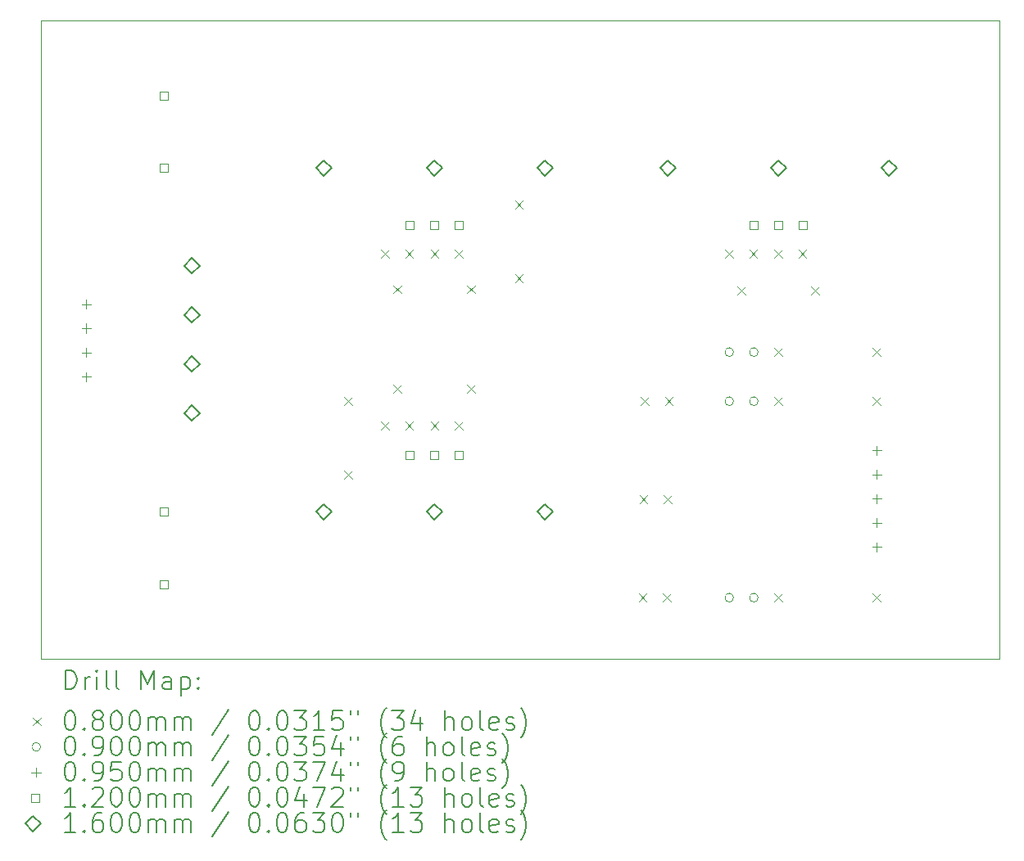
<source format=gbr>
%TF.GenerationSoftware,KiCad,Pcbnew,(6.0.11)*%
%TF.CreationDate,2023-02-03T17:21:08+09:00*%
%TF.ProjectId,12V_Dual_5V_PSU,3132565f-4475-4616-9c5f-35565f505355,Ver. 1.1*%
%TF.SameCoordinates,Original*%
%TF.FileFunction,Drillmap*%
%TF.FilePolarity,Positive*%
%FSLAX45Y45*%
G04 Gerber Fmt 4.5, Leading zero omitted, Abs format (unit mm)*
G04 Created by KiCad (PCBNEW (6.0.11)) date 2023-02-03 17:21:08*
%MOMM*%
%LPD*%
G01*
G04 APERTURE LIST*
%ADD10C,0.100000*%
%ADD11C,0.200000*%
%ADD12C,0.080000*%
%ADD13C,0.090000*%
%ADD14C,0.095000*%
%ADD15C,0.120000*%
%ADD16C,0.160000*%
G04 APERTURE END LIST*
D10*
X19558000Y-6604000D02*
X19558000Y-13208000D01*
X9652000Y-6604000D02*
X19558000Y-6604000D01*
X9652000Y-13208000D02*
X9652000Y-6604000D01*
X19558000Y-13208000D02*
X9652000Y-13208000D01*
D11*
D12*
X12787000Y-10501000D02*
X12867000Y-10581000D01*
X12867000Y-10501000D02*
X12787000Y-10581000D01*
X12787000Y-11263000D02*
X12867000Y-11343000D01*
X12867000Y-11263000D02*
X12787000Y-11343000D01*
X13168000Y-8977000D02*
X13248000Y-9057000D01*
X13248000Y-8977000D02*
X13168000Y-9057000D01*
X13168000Y-10755000D02*
X13248000Y-10835000D01*
X13248000Y-10755000D02*
X13168000Y-10835000D01*
X13295000Y-9343000D02*
X13375000Y-9423000D01*
X13375000Y-9343000D02*
X13295000Y-9423000D01*
X13295000Y-10374000D02*
X13375000Y-10454000D01*
X13375000Y-10374000D02*
X13295000Y-10454000D01*
X13418000Y-8977000D02*
X13498000Y-9057000D01*
X13498000Y-8977000D02*
X13418000Y-9057000D01*
X13418000Y-10755000D02*
X13498000Y-10835000D01*
X13498000Y-10755000D02*
X13418000Y-10835000D01*
X13680000Y-8977000D02*
X13760000Y-9057000D01*
X13760000Y-8977000D02*
X13680000Y-9057000D01*
X13680000Y-10755000D02*
X13760000Y-10835000D01*
X13760000Y-10755000D02*
X13680000Y-10835000D01*
X13930000Y-8977000D02*
X14010000Y-9057000D01*
X14010000Y-8977000D02*
X13930000Y-9057000D01*
X13930000Y-10755000D02*
X14010000Y-10835000D01*
X14010000Y-10755000D02*
X13930000Y-10835000D01*
X14057000Y-9343000D02*
X14137000Y-9423000D01*
X14137000Y-9343000D02*
X14057000Y-9423000D01*
X14057000Y-10374000D02*
X14137000Y-10454000D01*
X14137000Y-10374000D02*
X14057000Y-10454000D01*
X14550000Y-8469000D02*
X14630000Y-8549000D01*
X14630000Y-8469000D02*
X14550000Y-8549000D01*
X14550000Y-9231000D02*
X14630000Y-9311000D01*
X14630000Y-9231000D02*
X14550000Y-9311000D01*
X15829000Y-12533000D02*
X15909000Y-12613000D01*
X15909000Y-12533000D02*
X15829000Y-12613000D01*
X15839000Y-11517000D02*
X15919000Y-11597000D01*
X15919000Y-11517000D02*
X15839000Y-11597000D01*
X15850000Y-10501000D02*
X15930000Y-10581000D01*
X15930000Y-10501000D02*
X15850000Y-10581000D01*
X16079000Y-12533000D02*
X16159000Y-12613000D01*
X16159000Y-12533000D02*
X16079000Y-12613000D01*
X16089000Y-11517000D02*
X16169000Y-11597000D01*
X16169000Y-11517000D02*
X16089000Y-11597000D01*
X16100000Y-10501000D02*
X16180000Y-10581000D01*
X16180000Y-10501000D02*
X16100000Y-10581000D01*
X16724000Y-8977000D02*
X16804000Y-9057000D01*
X16804000Y-8977000D02*
X16724000Y-9057000D01*
X16850000Y-9358000D02*
X16930000Y-9438000D01*
X16930000Y-9358000D02*
X16850000Y-9438000D01*
X16974000Y-8977000D02*
X17054000Y-9057000D01*
X17054000Y-8977000D02*
X16974000Y-9057000D01*
X17232000Y-8977000D02*
X17312000Y-9057000D01*
X17312000Y-8977000D02*
X17232000Y-9057000D01*
X17232000Y-9993000D02*
X17312000Y-10073000D01*
X17312000Y-9993000D02*
X17232000Y-10073000D01*
X17232000Y-10501000D02*
X17312000Y-10581000D01*
X17312000Y-10501000D02*
X17232000Y-10581000D01*
X17232000Y-12533000D02*
X17312000Y-12613000D01*
X17312000Y-12533000D02*
X17232000Y-12613000D01*
X17482000Y-8977000D02*
X17562000Y-9057000D01*
X17562000Y-8977000D02*
X17482000Y-9057000D01*
X17612000Y-9358000D02*
X17692000Y-9438000D01*
X17692000Y-9358000D02*
X17612000Y-9438000D01*
X18248000Y-9993000D02*
X18328000Y-10073000D01*
X18328000Y-9993000D02*
X18248000Y-10073000D01*
X18248000Y-10501000D02*
X18328000Y-10581000D01*
X18328000Y-10501000D02*
X18248000Y-10581000D01*
X18248000Y-12533000D02*
X18328000Y-12613000D01*
X18328000Y-12533000D02*
X18248000Y-12613000D01*
D13*
X16809000Y-10033000D02*
G75*
G03*
X16809000Y-10033000I-45000J0D01*
G01*
X16809000Y-10541000D02*
G75*
G03*
X16809000Y-10541000I-45000J0D01*
G01*
X16809000Y-12573000D02*
G75*
G03*
X16809000Y-12573000I-45000J0D01*
G01*
X17063000Y-10033000D02*
G75*
G03*
X17063000Y-10033000I-45000J0D01*
G01*
X17063000Y-10541000D02*
G75*
G03*
X17063000Y-10541000I-45000J0D01*
G01*
X17063000Y-12573000D02*
G75*
G03*
X17063000Y-12573000I-45000J0D01*
G01*
D14*
X10117000Y-9489500D02*
X10117000Y-9584500D01*
X10069500Y-9537000D02*
X10164500Y-9537000D01*
X10117000Y-9739500D02*
X10117000Y-9834500D01*
X10069500Y-9787000D02*
X10164500Y-9787000D01*
X10117000Y-9989500D02*
X10117000Y-10084500D01*
X10069500Y-10037000D02*
X10164500Y-10037000D01*
X10117000Y-10239500D02*
X10117000Y-10334500D01*
X10069500Y-10287000D02*
X10164500Y-10287000D01*
X18288000Y-11001500D02*
X18288000Y-11096500D01*
X18240500Y-11049000D02*
X18335500Y-11049000D01*
X18288000Y-11251500D02*
X18288000Y-11346500D01*
X18240500Y-11299000D02*
X18335500Y-11299000D01*
X18288000Y-11501500D02*
X18288000Y-11596500D01*
X18240500Y-11549000D02*
X18335500Y-11549000D01*
X18288000Y-11751500D02*
X18288000Y-11846500D01*
X18240500Y-11799000D02*
X18335500Y-11799000D01*
X18288000Y-12001500D02*
X18288000Y-12096500D01*
X18240500Y-12049000D02*
X18335500Y-12049000D01*
D15*
X10964427Y-7420427D02*
X10964427Y-7335573D01*
X10879573Y-7335573D01*
X10879573Y-7420427D01*
X10964427Y-7420427D01*
X10964427Y-8170427D02*
X10964427Y-8085573D01*
X10879573Y-8085573D01*
X10879573Y-8170427D01*
X10964427Y-8170427D01*
X10964427Y-11726427D02*
X10964427Y-11641573D01*
X10879573Y-11641573D01*
X10879573Y-11726427D01*
X10964427Y-11726427D01*
X10964427Y-12476427D02*
X10964427Y-12391573D01*
X10879573Y-12391573D01*
X10879573Y-12476427D01*
X10964427Y-12476427D01*
X13504427Y-8761927D02*
X13504427Y-8677073D01*
X13419573Y-8677073D01*
X13419573Y-8761927D01*
X13504427Y-8761927D01*
X13504427Y-11142227D02*
X13504427Y-11057373D01*
X13419573Y-11057373D01*
X13419573Y-11142227D01*
X13504427Y-11142227D01*
X13758427Y-8761927D02*
X13758427Y-8677073D01*
X13673573Y-8677073D01*
X13673573Y-8761927D01*
X13758427Y-8761927D01*
X13758427Y-11142227D02*
X13758427Y-11057373D01*
X13673573Y-11057373D01*
X13673573Y-11142227D01*
X13758427Y-11142227D01*
X14012427Y-8761927D02*
X14012427Y-8677073D01*
X13927573Y-8677073D01*
X13927573Y-8761927D01*
X14012427Y-8761927D01*
X14012427Y-11142227D02*
X14012427Y-11057373D01*
X13927573Y-11057373D01*
X13927573Y-11142227D01*
X14012427Y-11142227D01*
X17060427Y-8757927D02*
X17060427Y-8673073D01*
X16975573Y-8673073D01*
X16975573Y-8757927D01*
X17060427Y-8757927D01*
X17314427Y-8757927D02*
X17314427Y-8673073D01*
X17229573Y-8673073D01*
X17229573Y-8757927D01*
X17314427Y-8757927D01*
X17568427Y-8757927D02*
X17568427Y-8673073D01*
X17483573Y-8673073D01*
X17483573Y-8757927D01*
X17568427Y-8757927D01*
D16*
X11211000Y-9221000D02*
X11291000Y-9141000D01*
X11211000Y-9061000D01*
X11131000Y-9141000D01*
X11211000Y-9221000D01*
X11211000Y-9729000D02*
X11291000Y-9649000D01*
X11211000Y-9569000D01*
X11131000Y-9649000D01*
X11211000Y-9729000D01*
X11211000Y-10237000D02*
X11291000Y-10157000D01*
X11211000Y-10077000D01*
X11131000Y-10157000D01*
X11211000Y-10237000D01*
X11211000Y-10745000D02*
X11291000Y-10665000D01*
X11211000Y-10585000D01*
X11131000Y-10665000D01*
X11211000Y-10745000D01*
X12573000Y-8208000D02*
X12653000Y-8128000D01*
X12573000Y-8048000D01*
X12493000Y-8128000D01*
X12573000Y-8208000D01*
X12573000Y-11764000D02*
X12653000Y-11684000D01*
X12573000Y-11604000D01*
X12493000Y-11684000D01*
X12573000Y-11764000D01*
X13716000Y-8208000D02*
X13796000Y-8128000D01*
X13716000Y-8048000D01*
X13636000Y-8128000D01*
X13716000Y-8208000D01*
X13716000Y-11764000D02*
X13796000Y-11684000D01*
X13716000Y-11604000D01*
X13636000Y-11684000D01*
X13716000Y-11764000D01*
X14859000Y-8208000D02*
X14939000Y-8128000D01*
X14859000Y-8048000D01*
X14779000Y-8128000D01*
X14859000Y-8208000D01*
X14859000Y-11764000D02*
X14939000Y-11684000D01*
X14859000Y-11604000D01*
X14779000Y-11684000D01*
X14859000Y-11764000D01*
X16129000Y-8208000D02*
X16209000Y-8128000D01*
X16129000Y-8048000D01*
X16049000Y-8128000D01*
X16129000Y-8208000D01*
X17272000Y-8208000D02*
X17352000Y-8128000D01*
X17272000Y-8048000D01*
X17192000Y-8128000D01*
X17272000Y-8208000D01*
X18415000Y-8208000D02*
X18495000Y-8128000D01*
X18415000Y-8048000D01*
X18335000Y-8128000D01*
X18415000Y-8208000D01*
D11*
X9904619Y-13523476D02*
X9904619Y-13323476D01*
X9952238Y-13323476D01*
X9980810Y-13333000D01*
X9999857Y-13352048D01*
X10009381Y-13371095D01*
X10018905Y-13409190D01*
X10018905Y-13437762D01*
X10009381Y-13475857D01*
X9999857Y-13494905D01*
X9980810Y-13513952D01*
X9952238Y-13523476D01*
X9904619Y-13523476D01*
X10104619Y-13523476D02*
X10104619Y-13390143D01*
X10104619Y-13428238D02*
X10114143Y-13409190D01*
X10123667Y-13399667D01*
X10142714Y-13390143D01*
X10161762Y-13390143D01*
X10228429Y-13523476D02*
X10228429Y-13390143D01*
X10228429Y-13323476D02*
X10218905Y-13333000D01*
X10228429Y-13342524D01*
X10237952Y-13333000D01*
X10228429Y-13323476D01*
X10228429Y-13342524D01*
X10352238Y-13523476D02*
X10333190Y-13513952D01*
X10323667Y-13494905D01*
X10323667Y-13323476D01*
X10457000Y-13523476D02*
X10437952Y-13513952D01*
X10428429Y-13494905D01*
X10428429Y-13323476D01*
X10685571Y-13523476D02*
X10685571Y-13323476D01*
X10752238Y-13466333D01*
X10818905Y-13323476D01*
X10818905Y-13523476D01*
X10999857Y-13523476D02*
X10999857Y-13418714D01*
X10990333Y-13399667D01*
X10971286Y-13390143D01*
X10933190Y-13390143D01*
X10914143Y-13399667D01*
X10999857Y-13513952D02*
X10980810Y-13523476D01*
X10933190Y-13523476D01*
X10914143Y-13513952D01*
X10904619Y-13494905D01*
X10904619Y-13475857D01*
X10914143Y-13456809D01*
X10933190Y-13447286D01*
X10980810Y-13447286D01*
X10999857Y-13437762D01*
X11095095Y-13390143D02*
X11095095Y-13590143D01*
X11095095Y-13399667D02*
X11114143Y-13390143D01*
X11152238Y-13390143D01*
X11171286Y-13399667D01*
X11180810Y-13409190D01*
X11190333Y-13428238D01*
X11190333Y-13485381D01*
X11180810Y-13504428D01*
X11171286Y-13513952D01*
X11152238Y-13523476D01*
X11114143Y-13523476D01*
X11095095Y-13513952D01*
X11276048Y-13504428D02*
X11285571Y-13513952D01*
X11276048Y-13523476D01*
X11266524Y-13513952D01*
X11276048Y-13504428D01*
X11276048Y-13523476D01*
X11276048Y-13399667D02*
X11285571Y-13409190D01*
X11276048Y-13418714D01*
X11266524Y-13409190D01*
X11276048Y-13399667D01*
X11276048Y-13418714D01*
D12*
X9567000Y-13813000D02*
X9647000Y-13893000D01*
X9647000Y-13813000D02*
X9567000Y-13893000D01*
D11*
X9942714Y-13743476D02*
X9961762Y-13743476D01*
X9980810Y-13753000D01*
X9990333Y-13762524D01*
X9999857Y-13781571D01*
X10009381Y-13819667D01*
X10009381Y-13867286D01*
X9999857Y-13905381D01*
X9990333Y-13924428D01*
X9980810Y-13933952D01*
X9961762Y-13943476D01*
X9942714Y-13943476D01*
X9923667Y-13933952D01*
X9914143Y-13924428D01*
X9904619Y-13905381D01*
X9895095Y-13867286D01*
X9895095Y-13819667D01*
X9904619Y-13781571D01*
X9914143Y-13762524D01*
X9923667Y-13753000D01*
X9942714Y-13743476D01*
X10095095Y-13924428D02*
X10104619Y-13933952D01*
X10095095Y-13943476D01*
X10085571Y-13933952D01*
X10095095Y-13924428D01*
X10095095Y-13943476D01*
X10218905Y-13829190D02*
X10199857Y-13819667D01*
X10190333Y-13810143D01*
X10180810Y-13791095D01*
X10180810Y-13781571D01*
X10190333Y-13762524D01*
X10199857Y-13753000D01*
X10218905Y-13743476D01*
X10257000Y-13743476D01*
X10276048Y-13753000D01*
X10285571Y-13762524D01*
X10295095Y-13781571D01*
X10295095Y-13791095D01*
X10285571Y-13810143D01*
X10276048Y-13819667D01*
X10257000Y-13829190D01*
X10218905Y-13829190D01*
X10199857Y-13838714D01*
X10190333Y-13848238D01*
X10180810Y-13867286D01*
X10180810Y-13905381D01*
X10190333Y-13924428D01*
X10199857Y-13933952D01*
X10218905Y-13943476D01*
X10257000Y-13943476D01*
X10276048Y-13933952D01*
X10285571Y-13924428D01*
X10295095Y-13905381D01*
X10295095Y-13867286D01*
X10285571Y-13848238D01*
X10276048Y-13838714D01*
X10257000Y-13829190D01*
X10418905Y-13743476D02*
X10437952Y-13743476D01*
X10457000Y-13753000D01*
X10466524Y-13762524D01*
X10476048Y-13781571D01*
X10485571Y-13819667D01*
X10485571Y-13867286D01*
X10476048Y-13905381D01*
X10466524Y-13924428D01*
X10457000Y-13933952D01*
X10437952Y-13943476D01*
X10418905Y-13943476D01*
X10399857Y-13933952D01*
X10390333Y-13924428D01*
X10380810Y-13905381D01*
X10371286Y-13867286D01*
X10371286Y-13819667D01*
X10380810Y-13781571D01*
X10390333Y-13762524D01*
X10399857Y-13753000D01*
X10418905Y-13743476D01*
X10609381Y-13743476D02*
X10628429Y-13743476D01*
X10647476Y-13753000D01*
X10657000Y-13762524D01*
X10666524Y-13781571D01*
X10676048Y-13819667D01*
X10676048Y-13867286D01*
X10666524Y-13905381D01*
X10657000Y-13924428D01*
X10647476Y-13933952D01*
X10628429Y-13943476D01*
X10609381Y-13943476D01*
X10590333Y-13933952D01*
X10580810Y-13924428D01*
X10571286Y-13905381D01*
X10561762Y-13867286D01*
X10561762Y-13819667D01*
X10571286Y-13781571D01*
X10580810Y-13762524D01*
X10590333Y-13753000D01*
X10609381Y-13743476D01*
X10761762Y-13943476D02*
X10761762Y-13810143D01*
X10761762Y-13829190D02*
X10771286Y-13819667D01*
X10790333Y-13810143D01*
X10818905Y-13810143D01*
X10837952Y-13819667D01*
X10847476Y-13838714D01*
X10847476Y-13943476D01*
X10847476Y-13838714D02*
X10857000Y-13819667D01*
X10876048Y-13810143D01*
X10904619Y-13810143D01*
X10923667Y-13819667D01*
X10933190Y-13838714D01*
X10933190Y-13943476D01*
X11028429Y-13943476D02*
X11028429Y-13810143D01*
X11028429Y-13829190D02*
X11037952Y-13819667D01*
X11057000Y-13810143D01*
X11085571Y-13810143D01*
X11104619Y-13819667D01*
X11114143Y-13838714D01*
X11114143Y-13943476D01*
X11114143Y-13838714D02*
X11123667Y-13819667D01*
X11142714Y-13810143D01*
X11171286Y-13810143D01*
X11190333Y-13819667D01*
X11199857Y-13838714D01*
X11199857Y-13943476D01*
X11590333Y-13733952D02*
X11418905Y-13991095D01*
X11847476Y-13743476D02*
X11866524Y-13743476D01*
X11885571Y-13753000D01*
X11895095Y-13762524D01*
X11904619Y-13781571D01*
X11914143Y-13819667D01*
X11914143Y-13867286D01*
X11904619Y-13905381D01*
X11895095Y-13924428D01*
X11885571Y-13933952D01*
X11866524Y-13943476D01*
X11847476Y-13943476D01*
X11828428Y-13933952D01*
X11818905Y-13924428D01*
X11809381Y-13905381D01*
X11799857Y-13867286D01*
X11799857Y-13819667D01*
X11809381Y-13781571D01*
X11818905Y-13762524D01*
X11828428Y-13753000D01*
X11847476Y-13743476D01*
X11999857Y-13924428D02*
X12009381Y-13933952D01*
X11999857Y-13943476D01*
X11990333Y-13933952D01*
X11999857Y-13924428D01*
X11999857Y-13943476D01*
X12133190Y-13743476D02*
X12152238Y-13743476D01*
X12171286Y-13753000D01*
X12180809Y-13762524D01*
X12190333Y-13781571D01*
X12199857Y-13819667D01*
X12199857Y-13867286D01*
X12190333Y-13905381D01*
X12180809Y-13924428D01*
X12171286Y-13933952D01*
X12152238Y-13943476D01*
X12133190Y-13943476D01*
X12114143Y-13933952D01*
X12104619Y-13924428D01*
X12095095Y-13905381D01*
X12085571Y-13867286D01*
X12085571Y-13819667D01*
X12095095Y-13781571D01*
X12104619Y-13762524D01*
X12114143Y-13753000D01*
X12133190Y-13743476D01*
X12266524Y-13743476D02*
X12390333Y-13743476D01*
X12323667Y-13819667D01*
X12352238Y-13819667D01*
X12371286Y-13829190D01*
X12380809Y-13838714D01*
X12390333Y-13857762D01*
X12390333Y-13905381D01*
X12380809Y-13924428D01*
X12371286Y-13933952D01*
X12352238Y-13943476D01*
X12295095Y-13943476D01*
X12276048Y-13933952D01*
X12266524Y-13924428D01*
X12580809Y-13943476D02*
X12466524Y-13943476D01*
X12523667Y-13943476D02*
X12523667Y-13743476D01*
X12504619Y-13772048D01*
X12485571Y-13791095D01*
X12466524Y-13800619D01*
X12761762Y-13743476D02*
X12666524Y-13743476D01*
X12657000Y-13838714D01*
X12666524Y-13829190D01*
X12685571Y-13819667D01*
X12733190Y-13819667D01*
X12752238Y-13829190D01*
X12761762Y-13838714D01*
X12771286Y-13857762D01*
X12771286Y-13905381D01*
X12761762Y-13924428D01*
X12752238Y-13933952D01*
X12733190Y-13943476D01*
X12685571Y-13943476D01*
X12666524Y-13933952D01*
X12657000Y-13924428D01*
X12847476Y-13743476D02*
X12847476Y-13781571D01*
X12923667Y-13743476D02*
X12923667Y-13781571D01*
X13218905Y-14019667D02*
X13209381Y-14010143D01*
X13190333Y-13981571D01*
X13180809Y-13962524D01*
X13171286Y-13933952D01*
X13161762Y-13886333D01*
X13161762Y-13848238D01*
X13171286Y-13800619D01*
X13180809Y-13772048D01*
X13190333Y-13753000D01*
X13209381Y-13724428D01*
X13218905Y-13714905D01*
X13276048Y-13743476D02*
X13399857Y-13743476D01*
X13333190Y-13819667D01*
X13361762Y-13819667D01*
X13380809Y-13829190D01*
X13390333Y-13838714D01*
X13399857Y-13857762D01*
X13399857Y-13905381D01*
X13390333Y-13924428D01*
X13380809Y-13933952D01*
X13361762Y-13943476D01*
X13304619Y-13943476D01*
X13285571Y-13933952D01*
X13276048Y-13924428D01*
X13571286Y-13810143D02*
X13571286Y-13943476D01*
X13523667Y-13733952D02*
X13476048Y-13876809D01*
X13599857Y-13876809D01*
X13828428Y-13943476D02*
X13828428Y-13743476D01*
X13914143Y-13943476D02*
X13914143Y-13838714D01*
X13904619Y-13819667D01*
X13885571Y-13810143D01*
X13857000Y-13810143D01*
X13837952Y-13819667D01*
X13828428Y-13829190D01*
X14037952Y-13943476D02*
X14018905Y-13933952D01*
X14009381Y-13924428D01*
X13999857Y-13905381D01*
X13999857Y-13848238D01*
X14009381Y-13829190D01*
X14018905Y-13819667D01*
X14037952Y-13810143D01*
X14066524Y-13810143D01*
X14085571Y-13819667D01*
X14095095Y-13829190D01*
X14104619Y-13848238D01*
X14104619Y-13905381D01*
X14095095Y-13924428D01*
X14085571Y-13933952D01*
X14066524Y-13943476D01*
X14037952Y-13943476D01*
X14218905Y-13943476D02*
X14199857Y-13933952D01*
X14190333Y-13914905D01*
X14190333Y-13743476D01*
X14371286Y-13933952D02*
X14352238Y-13943476D01*
X14314143Y-13943476D01*
X14295095Y-13933952D01*
X14285571Y-13914905D01*
X14285571Y-13838714D01*
X14295095Y-13819667D01*
X14314143Y-13810143D01*
X14352238Y-13810143D01*
X14371286Y-13819667D01*
X14380809Y-13838714D01*
X14380809Y-13857762D01*
X14285571Y-13876809D01*
X14457000Y-13933952D02*
X14476048Y-13943476D01*
X14514143Y-13943476D01*
X14533190Y-13933952D01*
X14542714Y-13914905D01*
X14542714Y-13905381D01*
X14533190Y-13886333D01*
X14514143Y-13876809D01*
X14485571Y-13876809D01*
X14466524Y-13867286D01*
X14457000Y-13848238D01*
X14457000Y-13838714D01*
X14466524Y-13819667D01*
X14485571Y-13810143D01*
X14514143Y-13810143D01*
X14533190Y-13819667D01*
X14609381Y-14019667D02*
X14618905Y-14010143D01*
X14637952Y-13981571D01*
X14647476Y-13962524D01*
X14657000Y-13933952D01*
X14666524Y-13886333D01*
X14666524Y-13848238D01*
X14657000Y-13800619D01*
X14647476Y-13772048D01*
X14637952Y-13753000D01*
X14618905Y-13724428D01*
X14609381Y-13714905D01*
D13*
X9647000Y-14117000D02*
G75*
G03*
X9647000Y-14117000I-45000J0D01*
G01*
D11*
X9942714Y-14007476D02*
X9961762Y-14007476D01*
X9980810Y-14017000D01*
X9990333Y-14026524D01*
X9999857Y-14045571D01*
X10009381Y-14083667D01*
X10009381Y-14131286D01*
X9999857Y-14169381D01*
X9990333Y-14188428D01*
X9980810Y-14197952D01*
X9961762Y-14207476D01*
X9942714Y-14207476D01*
X9923667Y-14197952D01*
X9914143Y-14188428D01*
X9904619Y-14169381D01*
X9895095Y-14131286D01*
X9895095Y-14083667D01*
X9904619Y-14045571D01*
X9914143Y-14026524D01*
X9923667Y-14017000D01*
X9942714Y-14007476D01*
X10095095Y-14188428D02*
X10104619Y-14197952D01*
X10095095Y-14207476D01*
X10085571Y-14197952D01*
X10095095Y-14188428D01*
X10095095Y-14207476D01*
X10199857Y-14207476D02*
X10237952Y-14207476D01*
X10257000Y-14197952D01*
X10266524Y-14188428D01*
X10285571Y-14159857D01*
X10295095Y-14121762D01*
X10295095Y-14045571D01*
X10285571Y-14026524D01*
X10276048Y-14017000D01*
X10257000Y-14007476D01*
X10218905Y-14007476D01*
X10199857Y-14017000D01*
X10190333Y-14026524D01*
X10180810Y-14045571D01*
X10180810Y-14093190D01*
X10190333Y-14112238D01*
X10199857Y-14121762D01*
X10218905Y-14131286D01*
X10257000Y-14131286D01*
X10276048Y-14121762D01*
X10285571Y-14112238D01*
X10295095Y-14093190D01*
X10418905Y-14007476D02*
X10437952Y-14007476D01*
X10457000Y-14017000D01*
X10466524Y-14026524D01*
X10476048Y-14045571D01*
X10485571Y-14083667D01*
X10485571Y-14131286D01*
X10476048Y-14169381D01*
X10466524Y-14188428D01*
X10457000Y-14197952D01*
X10437952Y-14207476D01*
X10418905Y-14207476D01*
X10399857Y-14197952D01*
X10390333Y-14188428D01*
X10380810Y-14169381D01*
X10371286Y-14131286D01*
X10371286Y-14083667D01*
X10380810Y-14045571D01*
X10390333Y-14026524D01*
X10399857Y-14017000D01*
X10418905Y-14007476D01*
X10609381Y-14007476D02*
X10628429Y-14007476D01*
X10647476Y-14017000D01*
X10657000Y-14026524D01*
X10666524Y-14045571D01*
X10676048Y-14083667D01*
X10676048Y-14131286D01*
X10666524Y-14169381D01*
X10657000Y-14188428D01*
X10647476Y-14197952D01*
X10628429Y-14207476D01*
X10609381Y-14207476D01*
X10590333Y-14197952D01*
X10580810Y-14188428D01*
X10571286Y-14169381D01*
X10561762Y-14131286D01*
X10561762Y-14083667D01*
X10571286Y-14045571D01*
X10580810Y-14026524D01*
X10590333Y-14017000D01*
X10609381Y-14007476D01*
X10761762Y-14207476D02*
X10761762Y-14074143D01*
X10761762Y-14093190D02*
X10771286Y-14083667D01*
X10790333Y-14074143D01*
X10818905Y-14074143D01*
X10837952Y-14083667D01*
X10847476Y-14102714D01*
X10847476Y-14207476D01*
X10847476Y-14102714D02*
X10857000Y-14083667D01*
X10876048Y-14074143D01*
X10904619Y-14074143D01*
X10923667Y-14083667D01*
X10933190Y-14102714D01*
X10933190Y-14207476D01*
X11028429Y-14207476D02*
X11028429Y-14074143D01*
X11028429Y-14093190D02*
X11037952Y-14083667D01*
X11057000Y-14074143D01*
X11085571Y-14074143D01*
X11104619Y-14083667D01*
X11114143Y-14102714D01*
X11114143Y-14207476D01*
X11114143Y-14102714D02*
X11123667Y-14083667D01*
X11142714Y-14074143D01*
X11171286Y-14074143D01*
X11190333Y-14083667D01*
X11199857Y-14102714D01*
X11199857Y-14207476D01*
X11590333Y-13997952D02*
X11418905Y-14255095D01*
X11847476Y-14007476D02*
X11866524Y-14007476D01*
X11885571Y-14017000D01*
X11895095Y-14026524D01*
X11904619Y-14045571D01*
X11914143Y-14083667D01*
X11914143Y-14131286D01*
X11904619Y-14169381D01*
X11895095Y-14188428D01*
X11885571Y-14197952D01*
X11866524Y-14207476D01*
X11847476Y-14207476D01*
X11828428Y-14197952D01*
X11818905Y-14188428D01*
X11809381Y-14169381D01*
X11799857Y-14131286D01*
X11799857Y-14083667D01*
X11809381Y-14045571D01*
X11818905Y-14026524D01*
X11828428Y-14017000D01*
X11847476Y-14007476D01*
X11999857Y-14188428D02*
X12009381Y-14197952D01*
X11999857Y-14207476D01*
X11990333Y-14197952D01*
X11999857Y-14188428D01*
X11999857Y-14207476D01*
X12133190Y-14007476D02*
X12152238Y-14007476D01*
X12171286Y-14017000D01*
X12180809Y-14026524D01*
X12190333Y-14045571D01*
X12199857Y-14083667D01*
X12199857Y-14131286D01*
X12190333Y-14169381D01*
X12180809Y-14188428D01*
X12171286Y-14197952D01*
X12152238Y-14207476D01*
X12133190Y-14207476D01*
X12114143Y-14197952D01*
X12104619Y-14188428D01*
X12095095Y-14169381D01*
X12085571Y-14131286D01*
X12085571Y-14083667D01*
X12095095Y-14045571D01*
X12104619Y-14026524D01*
X12114143Y-14017000D01*
X12133190Y-14007476D01*
X12266524Y-14007476D02*
X12390333Y-14007476D01*
X12323667Y-14083667D01*
X12352238Y-14083667D01*
X12371286Y-14093190D01*
X12380809Y-14102714D01*
X12390333Y-14121762D01*
X12390333Y-14169381D01*
X12380809Y-14188428D01*
X12371286Y-14197952D01*
X12352238Y-14207476D01*
X12295095Y-14207476D01*
X12276048Y-14197952D01*
X12266524Y-14188428D01*
X12571286Y-14007476D02*
X12476048Y-14007476D01*
X12466524Y-14102714D01*
X12476048Y-14093190D01*
X12495095Y-14083667D01*
X12542714Y-14083667D01*
X12561762Y-14093190D01*
X12571286Y-14102714D01*
X12580809Y-14121762D01*
X12580809Y-14169381D01*
X12571286Y-14188428D01*
X12561762Y-14197952D01*
X12542714Y-14207476D01*
X12495095Y-14207476D01*
X12476048Y-14197952D01*
X12466524Y-14188428D01*
X12752238Y-14074143D02*
X12752238Y-14207476D01*
X12704619Y-13997952D02*
X12657000Y-14140809D01*
X12780809Y-14140809D01*
X12847476Y-14007476D02*
X12847476Y-14045571D01*
X12923667Y-14007476D02*
X12923667Y-14045571D01*
X13218905Y-14283667D02*
X13209381Y-14274143D01*
X13190333Y-14245571D01*
X13180809Y-14226524D01*
X13171286Y-14197952D01*
X13161762Y-14150333D01*
X13161762Y-14112238D01*
X13171286Y-14064619D01*
X13180809Y-14036048D01*
X13190333Y-14017000D01*
X13209381Y-13988428D01*
X13218905Y-13978905D01*
X13380809Y-14007476D02*
X13342714Y-14007476D01*
X13323667Y-14017000D01*
X13314143Y-14026524D01*
X13295095Y-14055095D01*
X13285571Y-14093190D01*
X13285571Y-14169381D01*
X13295095Y-14188428D01*
X13304619Y-14197952D01*
X13323667Y-14207476D01*
X13361762Y-14207476D01*
X13380809Y-14197952D01*
X13390333Y-14188428D01*
X13399857Y-14169381D01*
X13399857Y-14121762D01*
X13390333Y-14102714D01*
X13380809Y-14093190D01*
X13361762Y-14083667D01*
X13323667Y-14083667D01*
X13304619Y-14093190D01*
X13295095Y-14102714D01*
X13285571Y-14121762D01*
X13637952Y-14207476D02*
X13637952Y-14007476D01*
X13723667Y-14207476D02*
X13723667Y-14102714D01*
X13714143Y-14083667D01*
X13695095Y-14074143D01*
X13666524Y-14074143D01*
X13647476Y-14083667D01*
X13637952Y-14093190D01*
X13847476Y-14207476D02*
X13828428Y-14197952D01*
X13818905Y-14188428D01*
X13809381Y-14169381D01*
X13809381Y-14112238D01*
X13818905Y-14093190D01*
X13828428Y-14083667D01*
X13847476Y-14074143D01*
X13876048Y-14074143D01*
X13895095Y-14083667D01*
X13904619Y-14093190D01*
X13914143Y-14112238D01*
X13914143Y-14169381D01*
X13904619Y-14188428D01*
X13895095Y-14197952D01*
X13876048Y-14207476D01*
X13847476Y-14207476D01*
X14028428Y-14207476D02*
X14009381Y-14197952D01*
X13999857Y-14178905D01*
X13999857Y-14007476D01*
X14180809Y-14197952D02*
X14161762Y-14207476D01*
X14123667Y-14207476D01*
X14104619Y-14197952D01*
X14095095Y-14178905D01*
X14095095Y-14102714D01*
X14104619Y-14083667D01*
X14123667Y-14074143D01*
X14161762Y-14074143D01*
X14180809Y-14083667D01*
X14190333Y-14102714D01*
X14190333Y-14121762D01*
X14095095Y-14140809D01*
X14266524Y-14197952D02*
X14285571Y-14207476D01*
X14323667Y-14207476D01*
X14342714Y-14197952D01*
X14352238Y-14178905D01*
X14352238Y-14169381D01*
X14342714Y-14150333D01*
X14323667Y-14140809D01*
X14295095Y-14140809D01*
X14276048Y-14131286D01*
X14266524Y-14112238D01*
X14266524Y-14102714D01*
X14276048Y-14083667D01*
X14295095Y-14074143D01*
X14323667Y-14074143D01*
X14342714Y-14083667D01*
X14418905Y-14283667D02*
X14428428Y-14274143D01*
X14447476Y-14245571D01*
X14457000Y-14226524D01*
X14466524Y-14197952D01*
X14476048Y-14150333D01*
X14476048Y-14112238D01*
X14466524Y-14064619D01*
X14457000Y-14036048D01*
X14447476Y-14017000D01*
X14428428Y-13988428D01*
X14418905Y-13978905D01*
D14*
X9599500Y-14333500D02*
X9599500Y-14428500D01*
X9552000Y-14381000D02*
X9647000Y-14381000D01*
D11*
X9942714Y-14271476D02*
X9961762Y-14271476D01*
X9980810Y-14281000D01*
X9990333Y-14290524D01*
X9999857Y-14309571D01*
X10009381Y-14347667D01*
X10009381Y-14395286D01*
X9999857Y-14433381D01*
X9990333Y-14452428D01*
X9980810Y-14461952D01*
X9961762Y-14471476D01*
X9942714Y-14471476D01*
X9923667Y-14461952D01*
X9914143Y-14452428D01*
X9904619Y-14433381D01*
X9895095Y-14395286D01*
X9895095Y-14347667D01*
X9904619Y-14309571D01*
X9914143Y-14290524D01*
X9923667Y-14281000D01*
X9942714Y-14271476D01*
X10095095Y-14452428D02*
X10104619Y-14461952D01*
X10095095Y-14471476D01*
X10085571Y-14461952D01*
X10095095Y-14452428D01*
X10095095Y-14471476D01*
X10199857Y-14471476D02*
X10237952Y-14471476D01*
X10257000Y-14461952D01*
X10266524Y-14452428D01*
X10285571Y-14423857D01*
X10295095Y-14385762D01*
X10295095Y-14309571D01*
X10285571Y-14290524D01*
X10276048Y-14281000D01*
X10257000Y-14271476D01*
X10218905Y-14271476D01*
X10199857Y-14281000D01*
X10190333Y-14290524D01*
X10180810Y-14309571D01*
X10180810Y-14357190D01*
X10190333Y-14376238D01*
X10199857Y-14385762D01*
X10218905Y-14395286D01*
X10257000Y-14395286D01*
X10276048Y-14385762D01*
X10285571Y-14376238D01*
X10295095Y-14357190D01*
X10476048Y-14271476D02*
X10380810Y-14271476D01*
X10371286Y-14366714D01*
X10380810Y-14357190D01*
X10399857Y-14347667D01*
X10447476Y-14347667D01*
X10466524Y-14357190D01*
X10476048Y-14366714D01*
X10485571Y-14385762D01*
X10485571Y-14433381D01*
X10476048Y-14452428D01*
X10466524Y-14461952D01*
X10447476Y-14471476D01*
X10399857Y-14471476D01*
X10380810Y-14461952D01*
X10371286Y-14452428D01*
X10609381Y-14271476D02*
X10628429Y-14271476D01*
X10647476Y-14281000D01*
X10657000Y-14290524D01*
X10666524Y-14309571D01*
X10676048Y-14347667D01*
X10676048Y-14395286D01*
X10666524Y-14433381D01*
X10657000Y-14452428D01*
X10647476Y-14461952D01*
X10628429Y-14471476D01*
X10609381Y-14471476D01*
X10590333Y-14461952D01*
X10580810Y-14452428D01*
X10571286Y-14433381D01*
X10561762Y-14395286D01*
X10561762Y-14347667D01*
X10571286Y-14309571D01*
X10580810Y-14290524D01*
X10590333Y-14281000D01*
X10609381Y-14271476D01*
X10761762Y-14471476D02*
X10761762Y-14338143D01*
X10761762Y-14357190D02*
X10771286Y-14347667D01*
X10790333Y-14338143D01*
X10818905Y-14338143D01*
X10837952Y-14347667D01*
X10847476Y-14366714D01*
X10847476Y-14471476D01*
X10847476Y-14366714D02*
X10857000Y-14347667D01*
X10876048Y-14338143D01*
X10904619Y-14338143D01*
X10923667Y-14347667D01*
X10933190Y-14366714D01*
X10933190Y-14471476D01*
X11028429Y-14471476D02*
X11028429Y-14338143D01*
X11028429Y-14357190D02*
X11037952Y-14347667D01*
X11057000Y-14338143D01*
X11085571Y-14338143D01*
X11104619Y-14347667D01*
X11114143Y-14366714D01*
X11114143Y-14471476D01*
X11114143Y-14366714D02*
X11123667Y-14347667D01*
X11142714Y-14338143D01*
X11171286Y-14338143D01*
X11190333Y-14347667D01*
X11199857Y-14366714D01*
X11199857Y-14471476D01*
X11590333Y-14261952D02*
X11418905Y-14519095D01*
X11847476Y-14271476D02*
X11866524Y-14271476D01*
X11885571Y-14281000D01*
X11895095Y-14290524D01*
X11904619Y-14309571D01*
X11914143Y-14347667D01*
X11914143Y-14395286D01*
X11904619Y-14433381D01*
X11895095Y-14452428D01*
X11885571Y-14461952D01*
X11866524Y-14471476D01*
X11847476Y-14471476D01*
X11828428Y-14461952D01*
X11818905Y-14452428D01*
X11809381Y-14433381D01*
X11799857Y-14395286D01*
X11799857Y-14347667D01*
X11809381Y-14309571D01*
X11818905Y-14290524D01*
X11828428Y-14281000D01*
X11847476Y-14271476D01*
X11999857Y-14452428D02*
X12009381Y-14461952D01*
X11999857Y-14471476D01*
X11990333Y-14461952D01*
X11999857Y-14452428D01*
X11999857Y-14471476D01*
X12133190Y-14271476D02*
X12152238Y-14271476D01*
X12171286Y-14281000D01*
X12180809Y-14290524D01*
X12190333Y-14309571D01*
X12199857Y-14347667D01*
X12199857Y-14395286D01*
X12190333Y-14433381D01*
X12180809Y-14452428D01*
X12171286Y-14461952D01*
X12152238Y-14471476D01*
X12133190Y-14471476D01*
X12114143Y-14461952D01*
X12104619Y-14452428D01*
X12095095Y-14433381D01*
X12085571Y-14395286D01*
X12085571Y-14347667D01*
X12095095Y-14309571D01*
X12104619Y-14290524D01*
X12114143Y-14281000D01*
X12133190Y-14271476D01*
X12266524Y-14271476D02*
X12390333Y-14271476D01*
X12323667Y-14347667D01*
X12352238Y-14347667D01*
X12371286Y-14357190D01*
X12380809Y-14366714D01*
X12390333Y-14385762D01*
X12390333Y-14433381D01*
X12380809Y-14452428D01*
X12371286Y-14461952D01*
X12352238Y-14471476D01*
X12295095Y-14471476D01*
X12276048Y-14461952D01*
X12266524Y-14452428D01*
X12457000Y-14271476D02*
X12590333Y-14271476D01*
X12504619Y-14471476D01*
X12752238Y-14338143D02*
X12752238Y-14471476D01*
X12704619Y-14261952D02*
X12657000Y-14404809D01*
X12780809Y-14404809D01*
X12847476Y-14271476D02*
X12847476Y-14309571D01*
X12923667Y-14271476D02*
X12923667Y-14309571D01*
X13218905Y-14547667D02*
X13209381Y-14538143D01*
X13190333Y-14509571D01*
X13180809Y-14490524D01*
X13171286Y-14461952D01*
X13161762Y-14414333D01*
X13161762Y-14376238D01*
X13171286Y-14328619D01*
X13180809Y-14300048D01*
X13190333Y-14281000D01*
X13209381Y-14252428D01*
X13218905Y-14242905D01*
X13304619Y-14471476D02*
X13342714Y-14471476D01*
X13361762Y-14461952D01*
X13371286Y-14452428D01*
X13390333Y-14423857D01*
X13399857Y-14385762D01*
X13399857Y-14309571D01*
X13390333Y-14290524D01*
X13380809Y-14281000D01*
X13361762Y-14271476D01*
X13323667Y-14271476D01*
X13304619Y-14281000D01*
X13295095Y-14290524D01*
X13285571Y-14309571D01*
X13285571Y-14357190D01*
X13295095Y-14376238D01*
X13304619Y-14385762D01*
X13323667Y-14395286D01*
X13361762Y-14395286D01*
X13380809Y-14385762D01*
X13390333Y-14376238D01*
X13399857Y-14357190D01*
X13637952Y-14471476D02*
X13637952Y-14271476D01*
X13723667Y-14471476D02*
X13723667Y-14366714D01*
X13714143Y-14347667D01*
X13695095Y-14338143D01*
X13666524Y-14338143D01*
X13647476Y-14347667D01*
X13637952Y-14357190D01*
X13847476Y-14471476D02*
X13828428Y-14461952D01*
X13818905Y-14452428D01*
X13809381Y-14433381D01*
X13809381Y-14376238D01*
X13818905Y-14357190D01*
X13828428Y-14347667D01*
X13847476Y-14338143D01*
X13876048Y-14338143D01*
X13895095Y-14347667D01*
X13904619Y-14357190D01*
X13914143Y-14376238D01*
X13914143Y-14433381D01*
X13904619Y-14452428D01*
X13895095Y-14461952D01*
X13876048Y-14471476D01*
X13847476Y-14471476D01*
X14028428Y-14471476D02*
X14009381Y-14461952D01*
X13999857Y-14442905D01*
X13999857Y-14271476D01*
X14180809Y-14461952D02*
X14161762Y-14471476D01*
X14123667Y-14471476D01*
X14104619Y-14461952D01*
X14095095Y-14442905D01*
X14095095Y-14366714D01*
X14104619Y-14347667D01*
X14123667Y-14338143D01*
X14161762Y-14338143D01*
X14180809Y-14347667D01*
X14190333Y-14366714D01*
X14190333Y-14385762D01*
X14095095Y-14404809D01*
X14266524Y-14461952D02*
X14285571Y-14471476D01*
X14323667Y-14471476D01*
X14342714Y-14461952D01*
X14352238Y-14442905D01*
X14352238Y-14433381D01*
X14342714Y-14414333D01*
X14323667Y-14404809D01*
X14295095Y-14404809D01*
X14276048Y-14395286D01*
X14266524Y-14376238D01*
X14266524Y-14366714D01*
X14276048Y-14347667D01*
X14295095Y-14338143D01*
X14323667Y-14338143D01*
X14342714Y-14347667D01*
X14418905Y-14547667D02*
X14428428Y-14538143D01*
X14447476Y-14509571D01*
X14457000Y-14490524D01*
X14466524Y-14461952D01*
X14476048Y-14414333D01*
X14476048Y-14376238D01*
X14466524Y-14328619D01*
X14457000Y-14300048D01*
X14447476Y-14281000D01*
X14428428Y-14252428D01*
X14418905Y-14242905D01*
D15*
X9629427Y-14687427D02*
X9629427Y-14602573D01*
X9544573Y-14602573D01*
X9544573Y-14687427D01*
X9629427Y-14687427D01*
D11*
X10009381Y-14735476D02*
X9895095Y-14735476D01*
X9952238Y-14735476D02*
X9952238Y-14535476D01*
X9933190Y-14564048D01*
X9914143Y-14583095D01*
X9895095Y-14592619D01*
X10095095Y-14716428D02*
X10104619Y-14725952D01*
X10095095Y-14735476D01*
X10085571Y-14725952D01*
X10095095Y-14716428D01*
X10095095Y-14735476D01*
X10180810Y-14554524D02*
X10190333Y-14545000D01*
X10209381Y-14535476D01*
X10257000Y-14535476D01*
X10276048Y-14545000D01*
X10285571Y-14554524D01*
X10295095Y-14573571D01*
X10295095Y-14592619D01*
X10285571Y-14621190D01*
X10171286Y-14735476D01*
X10295095Y-14735476D01*
X10418905Y-14535476D02*
X10437952Y-14535476D01*
X10457000Y-14545000D01*
X10466524Y-14554524D01*
X10476048Y-14573571D01*
X10485571Y-14611667D01*
X10485571Y-14659286D01*
X10476048Y-14697381D01*
X10466524Y-14716428D01*
X10457000Y-14725952D01*
X10437952Y-14735476D01*
X10418905Y-14735476D01*
X10399857Y-14725952D01*
X10390333Y-14716428D01*
X10380810Y-14697381D01*
X10371286Y-14659286D01*
X10371286Y-14611667D01*
X10380810Y-14573571D01*
X10390333Y-14554524D01*
X10399857Y-14545000D01*
X10418905Y-14535476D01*
X10609381Y-14535476D02*
X10628429Y-14535476D01*
X10647476Y-14545000D01*
X10657000Y-14554524D01*
X10666524Y-14573571D01*
X10676048Y-14611667D01*
X10676048Y-14659286D01*
X10666524Y-14697381D01*
X10657000Y-14716428D01*
X10647476Y-14725952D01*
X10628429Y-14735476D01*
X10609381Y-14735476D01*
X10590333Y-14725952D01*
X10580810Y-14716428D01*
X10571286Y-14697381D01*
X10561762Y-14659286D01*
X10561762Y-14611667D01*
X10571286Y-14573571D01*
X10580810Y-14554524D01*
X10590333Y-14545000D01*
X10609381Y-14535476D01*
X10761762Y-14735476D02*
X10761762Y-14602143D01*
X10761762Y-14621190D02*
X10771286Y-14611667D01*
X10790333Y-14602143D01*
X10818905Y-14602143D01*
X10837952Y-14611667D01*
X10847476Y-14630714D01*
X10847476Y-14735476D01*
X10847476Y-14630714D02*
X10857000Y-14611667D01*
X10876048Y-14602143D01*
X10904619Y-14602143D01*
X10923667Y-14611667D01*
X10933190Y-14630714D01*
X10933190Y-14735476D01*
X11028429Y-14735476D02*
X11028429Y-14602143D01*
X11028429Y-14621190D02*
X11037952Y-14611667D01*
X11057000Y-14602143D01*
X11085571Y-14602143D01*
X11104619Y-14611667D01*
X11114143Y-14630714D01*
X11114143Y-14735476D01*
X11114143Y-14630714D02*
X11123667Y-14611667D01*
X11142714Y-14602143D01*
X11171286Y-14602143D01*
X11190333Y-14611667D01*
X11199857Y-14630714D01*
X11199857Y-14735476D01*
X11590333Y-14525952D02*
X11418905Y-14783095D01*
X11847476Y-14535476D02*
X11866524Y-14535476D01*
X11885571Y-14545000D01*
X11895095Y-14554524D01*
X11904619Y-14573571D01*
X11914143Y-14611667D01*
X11914143Y-14659286D01*
X11904619Y-14697381D01*
X11895095Y-14716428D01*
X11885571Y-14725952D01*
X11866524Y-14735476D01*
X11847476Y-14735476D01*
X11828428Y-14725952D01*
X11818905Y-14716428D01*
X11809381Y-14697381D01*
X11799857Y-14659286D01*
X11799857Y-14611667D01*
X11809381Y-14573571D01*
X11818905Y-14554524D01*
X11828428Y-14545000D01*
X11847476Y-14535476D01*
X11999857Y-14716428D02*
X12009381Y-14725952D01*
X11999857Y-14735476D01*
X11990333Y-14725952D01*
X11999857Y-14716428D01*
X11999857Y-14735476D01*
X12133190Y-14535476D02*
X12152238Y-14535476D01*
X12171286Y-14545000D01*
X12180809Y-14554524D01*
X12190333Y-14573571D01*
X12199857Y-14611667D01*
X12199857Y-14659286D01*
X12190333Y-14697381D01*
X12180809Y-14716428D01*
X12171286Y-14725952D01*
X12152238Y-14735476D01*
X12133190Y-14735476D01*
X12114143Y-14725952D01*
X12104619Y-14716428D01*
X12095095Y-14697381D01*
X12085571Y-14659286D01*
X12085571Y-14611667D01*
X12095095Y-14573571D01*
X12104619Y-14554524D01*
X12114143Y-14545000D01*
X12133190Y-14535476D01*
X12371286Y-14602143D02*
X12371286Y-14735476D01*
X12323667Y-14525952D02*
X12276048Y-14668809D01*
X12399857Y-14668809D01*
X12457000Y-14535476D02*
X12590333Y-14535476D01*
X12504619Y-14735476D01*
X12657000Y-14554524D02*
X12666524Y-14545000D01*
X12685571Y-14535476D01*
X12733190Y-14535476D01*
X12752238Y-14545000D01*
X12761762Y-14554524D01*
X12771286Y-14573571D01*
X12771286Y-14592619D01*
X12761762Y-14621190D01*
X12647476Y-14735476D01*
X12771286Y-14735476D01*
X12847476Y-14535476D02*
X12847476Y-14573571D01*
X12923667Y-14535476D02*
X12923667Y-14573571D01*
X13218905Y-14811667D02*
X13209381Y-14802143D01*
X13190333Y-14773571D01*
X13180809Y-14754524D01*
X13171286Y-14725952D01*
X13161762Y-14678333D01*
X13161762Y-14640238D01*
X13171286Y-14592619D01*
X13180809Y-14564048D01*
X13190333Y-14545000D01*
X13209381Y-14516428D01*
X13218905Y-14506905D01*
X13399857Y-14735476D02*
X13285571Y-14735476D01*
X13342714Y-14735476D02*
X13342714Y-14535476D01*
X13323667Y-14564048D01*
X13304619Y-14583095D01*
X13285571Y-14592619D01*
X13466524Y-14535476D02*
X13590333Y-14535476D01*
X13523667Y-14611667D01*
X13552238Y-14611667D01*
X13571286Y-14621190D01*
X13580809Y-14630714D01*
X13590333Y-14649762D01*
X13590333Y-14697381D01*
X13580809Y-14716428D01*
X13571286Y-14725952D01*
X13552238Y-14735476D01*
X13495095Y-14735476D01*
X13476048Y-14725952D01*
X13466524Y-14716428D01*
X13828428Y-14735476D02*
X13828428Y-14535476D01*
X13914143Y-14735476D02*
X13914143Y-14630714D01*
X13904619Y-14611667D01*
X13885571Y-14602143D01*
X13857000Y-14602143D01*
X13837952Y-14611667D01*
X13828428Y-14621190D01*
X14037952Y-14735476D02*
X14018905Y-14725952D01*
X14009381Y-14716428D01*
X13999857Y-14697381D01*
X13999857Y-14640238D01*
X14009381Y-14621190D01*
X14018905Y-14611667D01*
X14037952Y-14602143D01*
X14066524Y-14602143D01*
X14085571Y-14611667D01*
X14095095Y-14621190D01*
X14104619Y-14640238D01*
X14104619Y-14697381D01*
X14095095Y-14716428D01*
X14085571Y-14725952D01*
X14066524Y-14735476D01*
X14037952Y-14735476D01*
X14218905Y-14735476D02*
X14199857Y-14725952D01*
X14190333Y-14706905D01*
X14190333Y-14535476D01*
X14371286Y-14725952D02*
X14352238Y-14735476D01*
X14314143Y-14735476D01*
X14295095Y-14725952D01*
X14285571Y-14706905D01*
X14285571Y-14630714D01*
X14295095Y-14611667D01*
X14314143Y-14602143D01*
X14352238Y-14602143D01*
X14371286Y-14611667D01*
X14380809Y-14630714D01*
X14380809Y-14649762D01*
X14285571Y-14668809D01*
X14457000Y-14725952D02*
X14476048Y-14735476D01*
X14514143Y-14735476D01*
X14533190Y-14725952D01*
X14542714Y-14706905D01*
X14542714Y-14697381D01*
X14533190Y-14678333D01*
X14514143Y-14668809D01*
X14485571Y-14668809D01*
X14466524Y-14659286D01*
X14457000Y-14640238D01*
X14457000Y-14630714D01*
X14466524Y-14611667D01*
X14485571Y-14602143D01*
X14514143Y-14602143D01*
X14533190Y-14611667D01*
X14609381Y-14811667D02*
X14618905Y-14802143D01*
X14637952Y-14773571D01*
X14647476Y-14754524D01*
X14657000Y-14725952D01*
X14666524Y-14678333D01*
X14666524Y-14640238D01*
X14657000Y-14592619D01*
X14647476Y-14564048D01*
X14637952Y-14545000D01*
X14618905Y-14516428D01*
X14609381Y-14506905D01*
D16*
X9567000Y-14989000D02*
X9647000Y-14909000D01*
X9567000Y-14829000D01*
X9487000Y-14909000D01*
X9567000Y-14989000D01*
D11*
X10009381Y-14999476D02*
X9895095Y-14999476D01*
X9952238Y-14999476D02*
X9952238Y-14799476D01*
X9933190Y-14828048D01*
X9914143Y-14847095D01*
X9895095Y-14856619D01*
X10095095Y-14980428D02*
X10104619Y-14989952D01*
X10095095Y-14999476D01*
X10085571Y-14989952D01*
X10095095Y-14980428D01*
X10095095Y-14999476D01*
X10276048Y-14799476D02*
X10237952Y-14799476D01*
X10218905Y-14809000D01*
X10209381Y-14818524D01*
X10190333Y-14847095D01*
X10180810Y-14885190D01*
X10180810Y-14961381D01*
X10190333Y-14980428D01*
X10199857Y-14989952D01*
X10218905Y-14999476D01*
X10257000Y-14999476D01*
X10276048Y-14989952D01*
X10285571Y-14980428D01*
X10295095Y-14961381D01*
X10295095Y-14913762D01*
X10285571Y-14894714D01*
X10276048Y-14885190D01*
X10257000Y-14875667D01*
X10218905Y-14875667D01*
X10199857Y-14885190D01*
X10190333Y-14894714D01*
X10180810Y-14913762D01*
X10418905Y-14799476D02*
X10437952Y-14799476D01*
X10457000Y-14809000D01*
X10466524Y-14818524D01*
X10476048Y-14837571D01*
X10485571Y-14875667D01*
X10485571Y-14923286D01*
X10476048Y-14961381D01*
X10466524Y-14980428D01*
X10457000Y-14989952D01*
X10437952Y-14999476D01*
X10418905Y-14999476D01*
X10399857Y-14989952D01*
X10390333Y-14980428D01*
X10380810Y-14961381D01*
X10371286Y-14923286D01*
X10371286Y-14875667D01*
X10380810Y-14837571D01*
X10390333Y-14818524D01*
X10399857Y-14809000D01*
X10418905Y-14799476D01*
X10609381Y-14799476D02*
X10628429Y-14799476D01*
X10647476Y-14809000D01*
X10657000Y-14818524D01*
X10666524Y-14837571D01*
X10676048Y-14875667D01*
X10676048Y-14923286D01*
X10666524Y-14961381D01*
X10657000Y-14980428D01*
X10647476Y-14989952D01*
X10628429Y-14999476D01*
X10609381Y-14999476D01*
X10590333Y-14989952D01*
X10580810Y-14980428D01*
X10571286Y-14961381D01*
X10561762Y-14923286D01*
X10561762Y-14875667D01*
X10571286Y-14837571D01*
X10580810Y-14818524D01*
X10590333Y-14809000D01*
X10609381Y-14799476D01*
X10761762Y-14999476D02*
X10761762Y-14866143D01*
X10761762Y-14885190D02*
X10771286Y-14875667D01*
X10790333Y-14866143D01*
X10818905Y-14866143D01*
X10837952Y-14875667D01*
X10847476Y-14894714D01*
X10847476Y-14999476D01*
X10847476Y-14894714D02*
X10857000Y-14875667D01*
X10876048Y-14866143D01*
X10904619Y-14866143D01*
X10923667Y-14875667D01*
X10933190Y-14894714D01*
X10933190Y-14999476D01*
X11028429Y-14999476D02*
X11028429Y-14866143D01*
X11028429Y-14885190D02*
X11037952Y-14875667D01*
X11057000Y-14866143D01*
X11085571Y-14866143D01*
X11104619Y-14875667D01*
X11114143Y-14894714D01*
X11114143Y-14999476D01*
X11114143Y-14894714D02*
X11123667Y-14875667D01*
X11142714Y-14866143D01*
X11171286Y-14866143D01*
X11190333Y-14875667D01*
X11199857Y-14894714D01*
X11199857Y-14999476D01*
X11590333Y-14789952D02*
X11418905Y-15047095D01*
X11847476Y-14799476D02*
X11866524Y-14799476D01*
X11885571Y-14809000D01*
X11895095Y-14818524D01*
X11904619Y-14837571D01*
X11914143Y-14875667D01*
X11914143Y-14923286D01*
X11904619Y-14961381D01*
X11895095Y-14980428D01*
X11885571Y-14989952D01*
X11866524Y-14999476D01*
X11847476Y-14999476D01*
X11828428Y-14989952D01*
X11818905Y-14980428D01*
X11809381Y-14961381D01*
X11799857Y-14923286D01*
X11799857Y-14875667D01*
X11809381Y-14837571D01*
X11818905Y-14818524D01*
X11828428Y-14809000D01*
X11847476Y-14799476D01*
X11999857Y-14980428D02*
X12009381Y-14989952D01*
X11999857Y-14999476D01*
X11990333Y-14989952D01*
X11999857Y-14980428D01*
X11999857Y-14999476D01*
X12133190Y-14799476D02*
X12152238Y-14799476D01*
X12171286Y-14809000D01*
X12180809Y-14818524D01*
X12190333Y-14837571D01*
X12199857Y-14875667D01*
X12199857Y-14923286D01*
X12190333Y-14961381D01*
X12180809Y-14980428D01*
X12171286Y-14989952D01*
X12152238Y-14999476D01*
X12133190Y-14999476D01*
X12114143Y-14989952D01*
X12104619Y-14980428D01*
X12095095Y-14961381D01*
X12085571Y-14923286D01*
X12085571Y-14875667D01*
X12095095Y-14837571D01*
X12104619Y-14818524D01*
X12114143Y-14809000D01*
X12133190Y-14799476D01*
X12371286Y-14799476D02*
X12333190Y-14799476D01*
X12314143Y-14809000D01*
X12304619Y-14818524D01*
X12285571Y-14847095D01*
X12276048Y-14885190D01*
X12276048Y-14961381D01*
X12285571Y-14980428D01*
X12295095Y-14989952D01*
X12314143Y-14999476D01*
X12352238Y-14999476D01*
X12371286Y-14989952D01*
X12380809Y-14980428D01*
X12390333Y-14961381D01*
X12390333Y-14913762D01*
X12380809Y-14894714D01*
X12371286Y-14885190D01*
X12352238Y-14875667D01*
X12314143Y-14875667D01*
X12295095Y-14885190D01*
X12285571Y-14894714D01*
X12276048Y-14913762D01*
X12457000Y-14799476D02*
X12580809Y-14799476D01*
X12514143Y-14875667D01*
X12542714Y-14875667D01*
X12561762Y-14885190D01*
X12571286Y-14894714D01*
X12580809Y-14913762D01*
X12580809Y-14961381D01*
X12571286Y-14980428D01*
X12561762Y-14989952D01*
X12542714Y-14999476D01*
X12485571Y-14999476D01*
X12466524Y-14989952D01*
X12457000Y-14980428D01*
X12704619Y-14799476D02*
X12723667Y-14799476D01*
X12742714Y-14809000D01*
X12752238Y-14818524D01*
X12761762Y-14837571D01*
X12771286Y-14875667D01*
X12771286Y-14923286D01*
X12761762Y-14961381D01*
X12752238Y-14980428D01*
X12742714Y-14989952D01*
X12723667Y-14999476D01*
X12704619Y-14999476D01*
X12685571Y-14989952D01*
X12676048Y-14980428D01*
X12666524Y-14961381D01*
X12657000Y-14923286D01*
X12657000Y-14875667D01*
X12666524Y-14837571D01*
X12676048Y-14818524D01*
X12685571Y-14809000D01*
X12704619Y-14799476D01*
X12847476Y-14799476D02*
X12847476Y-14837571D01*
X12923667Y-14799476D02*
X12923667Y-14837571D01*
X13218905Y-15075667D02*
X13209381Y-15066143D01*
X13190333Y-15037571D01*
X13180809Y-15018524D01*
X13171286Y-14989952D01*
X13161762Y-14942333D01*
X13161762Y-14904238D01*
X13171286Y-14856619D01*
X13180809Y-14828048D01*
X13190333Y-14809000D01*
X13209381Y-14780428D01*
X13218905Y-14770905D01*
X13399857Y-14999476D02*
X13285571Y-14999476D01*
X13342714Y-14999476D02*
X13342714Y-14799476D01*
X13323667Y-14828048D01*
X13304619Y-14847095D01*
X13285571Y-14856619D01*
X13466524Y-14799476D02*
X13590333Y-14799476D01*
X13523667Y-14875667D01*
X13552238Y-14875667D01*
X13571286Y-14885190D01*
X13580809Y-14894714D01*
X13590333Y-14913762D01*
X13590333Y-14961381D01*
X13580809Y-14980428D01*
X13571286Y-14989952D01*
X13552238Y-14999476D01*
X13495095Y-14999476D01*
X13476048Y-14989952D01*
X13466524Y-14980428D01*
X13828428Y-14999476D02*
X13828428Y-14799476D01*
X13914143Y-14999476D02*
X13914143Y-14894714D01*
X13904619Y-14875667D01*
X13885571Y-14866143D01*
X13857000Y-14866143D01*
X13837952Y-14875667D01*
X13828428Y-14885190D01*
X14037952Y-14999476D02*
X14018905Y-14989952D01*
X14009381Y-14980428D01*
X13999857Y-14961381D01*
X13999857Y-14904238D01*
X14009381Y-14885190D01*
X14018905Y-14875667D01*
X14037952Y-14866143D01*
X14066524Y-14866143D01*
X14085571Y-14875667D01*
X14095095Y-14885190D01*
X14104619Y-14904238D01*
X14104619Y-14961381D01*
X14095095Y-14980428D01*
X14085571Y-14989952D01*
X14066524Y-14999476D01*
X14037952Y-14999476D01*
X14218905Y-14999476D02*
X14199857Y-14989952D01*
X14190333Y-14970905D01*
X14190333Y-14799476D01*
X14371286Y-14989952D02*
X14352238Y-14999476D01*
X14314143Y-14999476D01*
X14295095Y-14989952D01*
X14285571Y-14970905D01*
X14285571Y-14894714D01*
X14295095Y-14875667D01*
X14314143Y-14866143D01*
X14352238Y-14866143D01*
X14371286Y-14875667D01*
X14380809Y-14894714D01*
X14380809Y-14913762D01*
X14285571Y-14932809D01*
X14457000Y-14989952D02*
X14476048Y-14999476D01*
X14514143Y-14999476D01*
X14533190Y-14989952D01*
X14542714Y-14970905D01*
X14542714Y-14961381D01*
X14533190Y-14942333D01*
X14514143Y-14932809D01*
X14485571Y-14932809D01*
X14466524Y-14923286D01*
X14457000Y-14904238D01*
X14457000Y-14894714D01*
X14466524Y-14875667D01*
X14485571Y-14866143D01*
X14514143Y-14866143D01*
X14533190Y-14875667D01*
X14609381Y-15075667D02*
X14618905Y-15066143D01*
X14637952Y-15037571D01*
X14647476Y-15018524D01*
X14657000Y-14989952D01*
X14666524Y-14942333D01*
X14666524Y-14904238D01*
X14657000Y-14856619D01*
X14647476Y-14828048D01*
X14637952Y-14809000D01*
X14618905Y-14780428D01*
X14609381Y-14770905D01*
M02*

</source>
